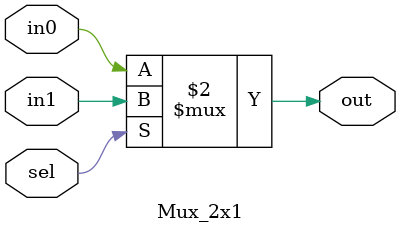
<source format=v>
module Mux_2x1 (in0,in1,sel,out);
    input in0;
    input in1;
    input sel;
    output out;
    assign out  =  (sel == 1'b0) ? in0 : in1;
 endmodule

</source>
